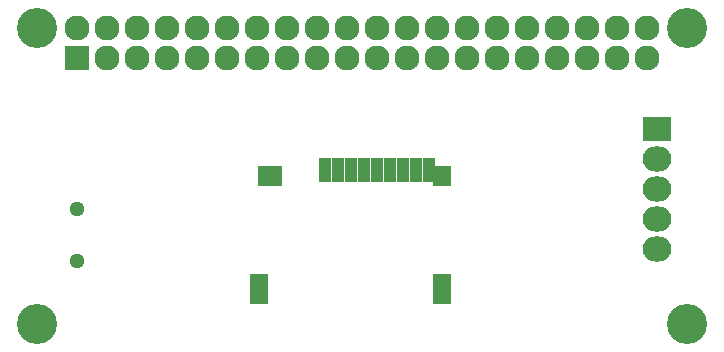
<source format=gbs>
G04 #@! TF.FileFunction,Soldermask,Bot*
%FSLAX46Y46*%
G04 Gerber Fmt 4.6, Leading zero omitted, Abs format (unit mm)*
G04 Created by KiCad (PCBNEW 4.0.5) date 12/27/16 09:40:05*
%MOMM*%
%LPD*%
G01*
G04 APERTURE LIST*
%ADD10C,0.100000*%
%ADD11C,3.400000*%
%ADD12R,2.127200X2.127200*%
%ADD13O,2.127200X2.127200*%
%ADD14R,2.432000X2.127200*%
%ADD15O,2.432000X2.127200*%
%ADD16C,1.299160*%
%ADD17R,1.600000X2.600000*%
%ADD18R,2.000000X1.800000*%
%ADD19R,1.600000X1.800000*%
%ADD20R,1.100000X2.000000*%
G04 APERTURE END LIST*
D10*
D11*
X102500000Y-72500000D03*
D12*
X105870000Y-75000000D03*
D13*
X105870000Y-72460000D03*
X108410000Y-75000000D03*
X108410000Y-72460000D03*
X110950000Y-75000000D03*
X110950000Y-72460000D03*
X113490000Y-75000000D03*
X113490000Y-72460000D03*
X116030000Y-75000000D03*
X116030000Y-72460000D03*
X118570000Y-75000000D03*
X118570000Y-72460000D03*
X121110000Y-75000000D03*
X121110000Y-72460000D03*
X123650000Y-75000000D03*
X123650000Y-72460000D03*
X126190000Y-75000000D03*
X126190000Y-72460000D03*
X128730000Y-75000000D03*
X128730000Y-72460000D03*
X131270000Y-75000000D03*
X131270000Y-72460000D03*
X133810000Y-75000000D03*
X133810000Y-72460000D03*
X136350000Y-75000000D03*
X136350000Y-72460000D03*
X138890000Y-75000000D03*
X138890000Y-72460000D03*
X141430000Y-75000000D03*
X141430000Y-72460000D03*
X143970000Y-75000000D03*
X143970000Y-72460000D03*
X146510000Y-75000000D03*
X146510000Y-72460000D03*
X149050000Y-75000000D03*
X149050000Y-72460000D03*
X151590000Y-75000000D03*
X151590000Y-72460000D03*
X154130000Y-75000000D03*
X154130000Y-72460000D03*
D14*
X155000000Y-81000000D03*
D15*
X155000000Y-83540000D03*
X155000000Y-86080000D03*
X155000000Y-88620000D03*
X155000000Y-91160000D03*
D16*
X105850900Y-87800360D03*
X105850900Y-92199640D03*
D17*
X121300000Y-94600000D03*
X136800000Y-94600000D03*
D18*
X122200000Y-85000000D03*
D19*
X136800000Y-85000000D03*
D20*
X135650000Y-84500000D03*
X133450000Y-84500000D03*
X134550000Y-84500000D03*
X132350000Y-84500000D03*
X131250000Y-84500000D03*
X130150000Y-84500000D03*
X126850000Y-84500000D03*
X127950000Y-84500000D03*
X129050000Y-84500000D03*
D11*
X157500000Y-72500000D03*
X157500000Y-97500000D03*
X102500000Y-97500000D03*
M02*

</source>
